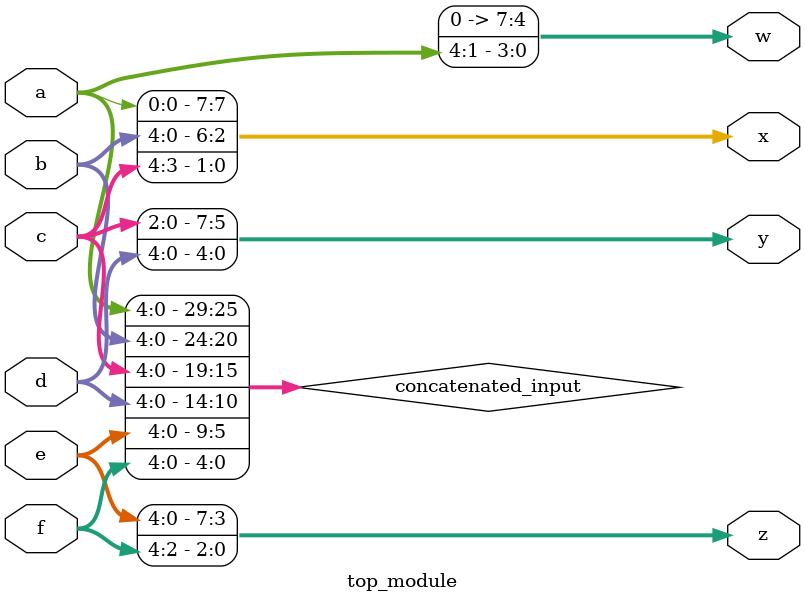
<source format=sv>
module top_module (
  input [4:0] a,
  input [4:0] b,
  input [4:0] c,
  input [4:0] d,
  input [4:0] e,
  input [4:0] f,
  output [7:0] w,
  output [7:0] x,
  output [7:0] y,
  output [7:0] z
);
  
  // Concatenating the input vectors
  wire [29:0] concatenated_input = {a, b, c, d, e, f};

  // Assigning the output vectors
  assign {w, x, y, z, 1'b1, 1'b1} = concatenated_input;
  
endmodule

</source>
